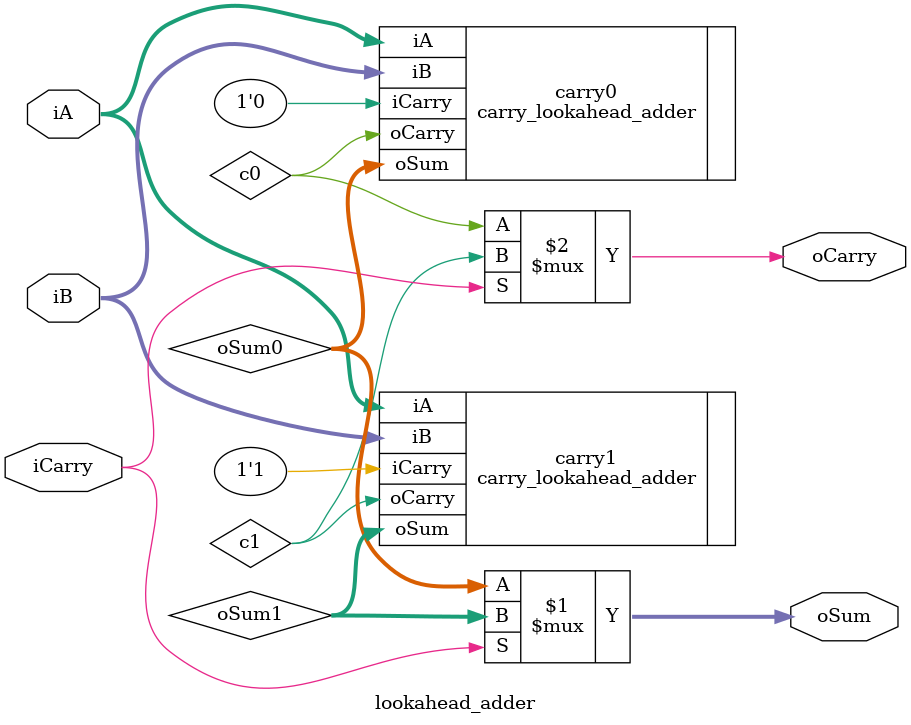
<source format=v>
`timescale 1ns / 1ps


module lookahead_adder#(
    parameter   ADDER_WIDTH = 8
    )
    (
    input   wire [ADDER_WIDTH-1:0]  iA, iB, 
    input   wire                    iCarry,
    output  wire [ADDER_WIDTH-1:0]  oSum, 
    output  wire                    oCarry
);

    wire [ADDER_WIDTH-1:0] oSum0,oSum1;
    wire c0,c1;
    // solve the sum and carry assuming the carry is 1 and 0
     carry_lookahead_adder 
     #( .ADDER_WIDTH(ADDER_WIDTH) ) carry1
     (
    .iA(iA[ADDER_WIDTH-1:0]),
    .iB(iB[ADDER_WIDTH-1:0]),
    .iCarry(1'b1),
    .oSum(oSum1[ADDER_WIDTH-1:0]),
    .oCarry(c1));
    
    carry_lookahead_adder 
    #( .ADDER_WIDTH(ADDER_WIDTH) )  carry0
    (
    .iA(iA[ADDER_WIDTH-1:0]),
    .iB(iB[ADDER_WIDTH-1:0]),
    .iCarry(1'b0),
    .oSum(oSum0[ADDER_WIDTH-1:0]),
    .oCarry(c0));
    
     // here select the sum and carry based on the iCarry
    
      assign oSum = (iCarry) ? oSum1 : oSum0;
      assign oCarry = (iCarry) ? c1 : c0;
    

endmodule

</source>
